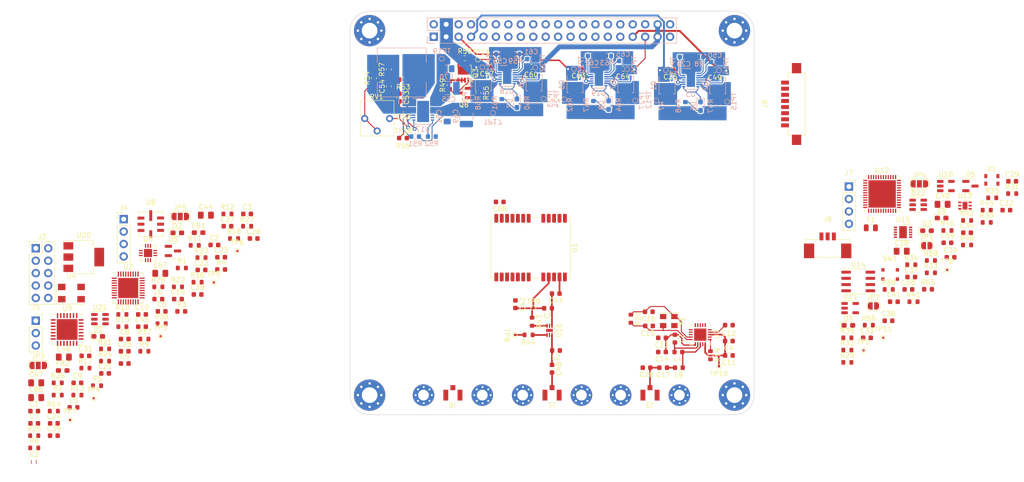
<source format=kicad_pcb>
(kicad_pcb (version 20211014) (generator pcbnew)

  (general
    (thickness 4.69)
  )

  (paper "A4")
  (layers
    (0 "F.Cu" signal)
    (1 "In1.Cu" signal)
    (2 "In2.Cu" signal)
    (31 "B.Cu" signal)
    (32 "B.Adhes" user "B.Adhesive")
    (33 "F.Adhes" user "F.Adhesive")
    (34 "B.Paste" user)
    (35 "F.Paste" user)
    (36 "B.SilkS" user "B.Silkscreen")
    (37 "F.SilkS" user "F.Silkscreen")
    (38 "B.Mask" user)
    (39 "F.Mask" user)
    (40 "Dwgs.User" user "User.Drawings")
    (41 "Cmts.User" user "User.Comments")
    (42 "Eco1.User" user "User.Eco1")
    (43 "Eco2.User" user "User.Eco2")
    (44 "Edge.Cuts" user)
    (45 "Margin" user)
    (46 "B.CrtYd" user "B.Courtyard")
    (47 "F.CrtYd" user "F.Courtyard")
    (48 "B.Fab" user)
    (49 "F.Fab" user)
    (50 "User.1" user)
    (51 "User.2" user)
    (52 "User.3" user)
    (53 "User.4" user)
    (54 "User.5" user)
    (55 "User.6" user)
    (56 "User.7" user)
    (57 "User.8" user)
    (58 "User.9" user)
  )

  (setup
    (stackup
      (layer "F.SilkS" (type "Top Silk Screen"))
      (layer "F.Paste" (type "Top Solder Paste"))
      (layer "F.Mask" (type "Top Solder Mask") (thickness 0.01))
      (layer "F.Cu" (type "copper") (thickness 0.035))
      (layer "dielectric 1" (type "core") (thickness 1.51) (material "FR4") (epsilon_r 4.5) (loss_tangent 0.02))
      (layer "In1.Cu" (type "copper") (thickness 0.035))
      (layer "dielectric 2" (type "prepreg") (thickness 1.51) (material "FR4") (epsilon_r 4.5) (loss_tangent 0.02))
      (layer "In2.Cu" (type "copper") (thickness 0.035))
      (layer "dielectric 3" (type "core") (thickness 1.51) (material "FR4") (epsilon_r 4.5) (loss_tangent 0.02))
      (layer "B.Cu" (type "copper") (thickness 0.035))
      (layer "B.Mask" (type "Bottom Solder Mask") (thickness 0.01))
      (layer "B.Paste" (type "Bottom Solder Paste"))
      (layer "B.SilkS" (type "Bottom Silk Screen"))
      (copper_finish "None")
      (dielectric_constraints no)
    )
    (pad_to_mask_clearance 0)
    (pcbplotparams
      (layerselection 0x00010fc_ffffffff)
      (disableapertmacros false)
      (usegerberextensions false)
      (usegerberattributes true)
      (usegerberadvancedattributes true)
      (creategerberjobfile true)
      (svguseinch false)
      (svgprecision 6)
      (excludeedgelayer true)
      (plotframeref false)
      (viasonmask false)
      (mode 1)
      (useauxorigin false)
      (hpglpennumber 1)
      (hpglpenspeed 20)
      (hpglpendiameter 15.000000)
      (dxfpolygonmode true)
      (dxfimperialunits true)
      (dxfusepcbnewfont true)
      (psnegative false)
      (psa4output false)
      (plotreference true)
      (plotvalue true)
      (plotinvisibletext false)
      (sketchpadsonfab false)
      (subtractmaskfromsilk false)
      (outputformat 1)
      (mirror false)
      (drillshape 1)
      (scaleselection 1)
      (outputdirectory "")
    )
  )

  (net 0 "")
  (net 1 "Net-(C1-Pad1)")
  (net 2 "GND")
  (net 3 "+3V3")
  (net 4 "/OpenLST (Beacon)/PA_VAPC")
  (net 5 "+3V8")
  (net 6 "/OpenLST (Beacon)/VDD_USB_LST")
  (net 7 "Net-(C12-Pad1)")
  (net 8 "Net-(C13-Pad2)")
  (net 9 "Net-(C15-Pad1)")
  (net 10 "Net-(C16-Pad1)")
  (net 11 "Net-(C17-Pad1)")
  (net 12 "Net-(C17-Pad2)")
  (net 13 "/MCU/MCU_POWER")
  (net 14 "Net-(C19-Pad1)")
  (net 15 "/3V3 power share/VCC_EN")
  (net 16 "Net-(C21-Pad2)")
  (net 17 "Net-(C22-Pad1)")
  (net 18 "Net-(C23-Pad2)")
  (net 19 "Net-(C24-Pad1)")
  (net 20 "Net-(C24-Pad2)")
  (net 21 "Net-(C25-Pad2)")
  (net 22 "Net-(C26-Pad1)")
  (net 23 "Net-(C29-Pad1)")
  (net 24 "/3V3 power share/EPS#1")
  (net 25 "Net-(C35-Pad2)")
  (net 26 "Net-(C38-Pad1)")
  (net 27 "Net-(C38-Pad2)")
  (net 28 "Net-(C39-Pad1)")
  (net 29 "Net-(C39-Pad2)")
  (net 30 "/MCU/VREF")
  (net 31 "Net-(C42-Pad1)")
  (net 32 "Net-(C43-Pad1)")
  (net 33 "Net-(C43-Pad2)")
  (net 34 "Net-(C45-Pad1)")
  (net 35 "Net-(C45-Pad2)")
  (net 36 "Net-(C48-Pad1)")
  (net 37 "Net-(C48-Pad2)")
  (net 38 "Net-(C49-Pad1)")
  (net 39 "/3V3 power share/EPS#2")
  (net 40 "Net-(C50-Pad1)")
  (net 41 "VIN")
  (net 42 "Net-(C52-Pad1)")
  (net 43 "Net-(C52-Pad2)")
  (net 44 "Net-(C53-Pad1)")
  (net 45 "Net-(C54-Pad1)")
  (net 46 "/Power Convertor/VBAT1/VCC_EN")
  (net 47 "/Power Convertor/EPS#1_VBAT")
  (net 48 "Net-(C57-Pad2)")
  (net 49 "Net-(C60-Pad1)")
  (net 50 "/Power Convertor/EPS#2_VBAT")
  (net 51 "Net-(C61-Pad1)")
  (net 52 "/5V power share/VCC_EN")
  (net 53 "/5V power share/EPS#1")
  (net 54 "Net-(C63-Pad2)")
  (net 55 "Net-(C64-Pad1)")
  (net 56 "/5V power share/EPS#2")
  (net 57 "Net-(C65-Pad1)")
  (net 58 "/OpenLST (Beacon)/USB_POWER_LST")
  (net 59 "Net-(D1-Pad2)")
  (net 60 "Net-(D2-Pad2)")
  (net 61 "Net-(D3-Pad1)")
  (net 62 "Net-(D4-Pad1)")
  (net 63 "/MCU/CAN_L")
  (net 64 "/MCU/CAN_H")
  (net 65 "Net-(D6-Pad1)")
  (net 66 "Net-(D6-Pad2)")
  (net 67 "Net-(D7-Pad1)")
  (net 68 "Net-(D7-Pad2)")
  (net 69 "Net-(D8-Pad1)")
  (net 70 "Net-(D8-Pad2)")
  (net 71 "Net-(D9-Pad1)")
  (net 72 "Net-(F1-Pad2)")
  (net 73 "Net-(FB1-Pad1)")
  (net 74 "/OpenLST (Beacon)/PROG_DD")
  (net 75 "/OpenLST (Beacon)/PROG_DC")
  (net 76 "unconnected-(J2-Pad5)")
  (net 77 "unconnected-(J2-Pad6)")
  (net 78 "unconnected-(J2-Pad7)")
  (net 79 "/OpenLST (Beacon)/~{LST_RESET}")
  (net 80 "unconnected-(J2-Pad9)")
  (net 81 "unconnected-(J2-Pad10)")
  (net 82 "Net-(J4-Pad2)")
  (net 83 "Net-(J4-Pad3)")
  (net 84 "Net-(J5-Pad2)")
  (net 85 "Net-(J5-Pad3)")
  (net 86 "/MCU/USB_POWER")
  (net 87 "Net-(J7-Pad2)")
  (net 88 "Net-(J7-Pad3)")
  (net 89 "/MCU/SWCLK")
  (net 90 "/MCU/SWDIO")
  (net 91 "/MCU/QSPI_D1{slash}CAM_CSN")
  (net 92 "/MCU/QSPI_D2{slash}CAM_MOSI")
  (net 93 "/MCU/QSPI_D3{slash}CAM_MISO")
  (net 94 "/MCU/LED1_QSPI")
  (net 95 "+5V")
  (net 96 "/I2C_SDA")
  (net 97 "/I2C_SCL")
  (net 98 "unconnected-(J12-Pad6)")
  (net 99 "unconnected-(J12-Pad8)")
  (net 100 "unconnected-(J12-Pad11)")
  (net 101 "unconnected-(J12-Pad12)")
  (net 102 "unconnected-(J12-Pad13)")
  (net 103 "unconnected-(J12-Pad14)")
  (net 104 "unconnected-(J12-Pad15)")
  (net 105 "unconnected-(J12-Pad16)")
  (net 106 "unconnected-(J12-Pad17)")
  (net 107 "unconnected-(J12-Pad18)")
  (net 108 "/MCU/RS_485_~{B}")
  (net 109 "/MCU/RS_485_A")
  (net 110 "unconnected-(J12-Pad23)")
  (net 111 "unconnected-(J12-Pad24)")
  (net 112 "/MCU/LED1_CAM")
  (net 113 "/MCU/QSPI_SCK")
  (net 114 "/MCU/QSPI_NCS")
  (net 115 "unconnected-(J12-Pad34)")
  (net 116 "unconnected-(J12-Pad36)")
  (net 117 "Net-(JP1-Pad1)")
  (net 118 "/MCU/NRST")
  (net 119 "Net-(JP2-Pad1)")
  (net 120 "Net-(JP2-Pad2)")
  (net 121 "/OpenLST (Beacon)/RF_EN")
  (net 122 "/OpenLST (Beacon)/RF_EN_MCU")
  (net 123 "/OpenLST (Beacon)/RF_PWR_EN")
  (net 124 "Net-(JP4-Pad3)")
  (net 125 "/MCU/VDD_USB")
  (net 126 "Net-(L3-Pad1)")
  (net 127 "Net-(L3-Pad2)")
  (net 128 "Net-(L4-Pad1)")
  (net 129 "Net-(L4-Pad2)")
  (net 130 "Net-(Q1-Pad5)")
  (net 131 "Net-(Q1-Pad4)")
  (net 132 "Net-(Q2-Pad4)")
  (net 133 "Net-(Q2-Pad5)")
  (net 134 "Net-(Q3-Pad4)")
  (net 135 "Net-(Q3-Pad5)")
  (net 136 "Net-(Q4-Pad5)")
  (net 137 "Net-(Q4-Pad4)")
  (net 138 "Net-(Q5-Pad4)")
  (net 139 "Net-(Q5-Pad5)")
  (net 140 "Net-(Q6-Pad5)")
  (net 141 "Net-(Q6-Pad4)")
  (net 142 "Net-(Q7-Pad4)")
  (net 143 "Net-(Q7-Pad5)")
  (net 144 "/OpenLST (Beacon)/~{LST_RX_MODE}")
  (net 145 "/OpenLST (Beacon)/LST_TX_MODE")
  (net 146 "Net-(R3-Pad2)")
  (net 147 "Net-(R4-Pad2)")
  (net 148 "Net-(R5-Pad1)")
  (net 149 "/OpenLST (Beacon)/USB_N")
  (net 150 "/OpenLST (Beacon)/USB_P")
  (net 151 "Net-(R6-Pad2)")
  (net 152 "Net-(R8-Pad2)")
  (net 153 "Net-(R9-Pad1)")
  (net 154 "/OpenLST (Beacon)/UART0_CTS")
  (net 155 "Net-(R10-Pad1)")
  (net 156 "/OpenLST (Beacon)/UART0_RTS")
  (net 157 "Net-(R11-Pad1)")
  (net 158 "/OpenLST (Beacon)/UART0_RX")
  (net 159 "Net-(R12-Pad1)")
  (net 160 "/OpenLST (Beacon)/UART0_TX")
  (net 161 "Net-(R15-Pad2)")
  (net 162 "Net-(R16-Pad2)")
  (net 163 "Net-(R17-Pad1)")
  (net 164 "Net-(R17-Pad2)")
  (net 165 "Net-(R19-Pad2)")
  (net 166 "/OpenLST (Beacon)/AN0")
  (net 167 "/OpenLST (Beacon)/AN1")
  (net 168 "Net-(R25-Pad2)")
  (net 169 "/OpenLST (Beacon)/RF_BYP")
  (net 170 "Net-(R32-Pad1)")
  (net 171 "/MCU/LED2")
  (net 172 "/MCU/CAN_RS")
  (net 173 "/MCU/RS_485_R_EN")
  (net 174 "/MCU/RS_485_T_EN")
  (net 175 "Net-(R43-Pad2)")
  (net 176 "Net-(R44-Pad1)")
  (net 177 "Net-(R44-Pad2)")
  (net 178 "Net-(R45-Pad1)")
  (net 179 "/MCU/USB_N")
  (net 180 "/MCU/USB_P")
  (net 181 "Net-(R46-Pad2)")
  (net 182 "Net-(R51-Pad2)")
  (net 183 "Net-(R52-Pad1)")
  (net 184 "Net-(R54-Pad2)")
  (net 185 "Net-(R59-Pad2)")
  (net 186 "Net-(R63-Pad2)")
  (net 187 "unconnected-(U1-Pad1)")
  (net 188 "unconnected-(U1-Pad3)")
  (net 189 "/GPS Module/IRQ")
  (net 190 "unconnected-(U1-Pad5)")
  (net 191 "unconnected-(U1-Pad6)")
  (net 192 "/GPS Module/RESET")
  (net 193 "unconnected-(U1-Pad15)")
  (net 194 "unconnected-(U1-Pad16)")
  (net 195 "unconnected-(U1-Pad17)")
  (net 196 "/GPS Module/TXD")
  (net 197 "/GPS Module/RXD")
  (net 198 "unconnected-(U2-Pad8)")
  (net 199 "unconnected-(U2-Pad18)")
  (net 200 "unconnected-(U2-Pad20)")
  (net 201 "/MCU/NRF_CE")
  (net 202 "/MCU/NRF_SPI_CSN")
  (net 203 "/MCU/NRF_SPI_SCK")
  (net 204 "/MCU/NRF_SPI_MOSI")
  (net 205 "/MCU/NRF_SPI_MISO")
  (net 206 "/MCU/NRF_IRQ")
  (net 207 "Net-(U8-Pad2)")
  (net 208 "Net-(U8-Pad6)")
  (net 209 "unconnected-(U9-Pad14)")
  (net 210 "unconnected-(U9-Pad16)")
  (net 211 "unconnected-(U9-Pad25)")
  (net 212 "unconnected-(U10-Pad3)")
  (net 213 "/MCU/WDG_RESET")
  (net 214 "unconnected-(U11-Pad3)")
  (net 215 "unconnected-(U12-Pad1)")
  (net 216 "/MCU/LSE")
  (net 217 "unconnected-(U12-Pad4)")
  (net 218 "/MCU/HSE")
  (net 219 "unconnected-(U12-Pad6)")
  (net 220 "/MCU/CAN_RX")
  (net 221 "/MCU/CAN_TX")
  (net 222 "unconnected-(U12-Pad44)")
  (net 223 "unconnected-(U13-Pad3)")
  (net 224 "/MCU/RS_485_R")
  (net 225 "/MCU/RS_485_T")
  (net 226 "unconnected-(U15-Pad7)")
  (net 227 "unconnected-(X1-Pad1)")

  (footprint "Capacitor_SMD:C_0805_2012Metric_Pad1.18x1.45mm_HandSolder" (layer "F.Cu") (at 205.9874 83.4976))

  (footprint "TCY_Buttons:KMT031NGJLHS" (layer "F.Cu") (at 195.2924 97.8426))

  (footprint "Resistor_SMD:R_0603_1608Metric" (layer "F.Cu") (at 46.5324 107.8948))

  (footprint "Resistor_SMD:R_0603_1608Metric" (layer "F.Cu") (at 210.9974 86.7976))

  (footprint "Package_DFN_QFN:QFN-20-1EP_4x4mm_P0.5mm_EP2.5x2.5mm" (layer "F.Cu") (at 156.5148 110.1344 -90))

  (footprint "MountingHole:MountingHole_3.2mm_M3_Pad_Via" (layer "F.Cu") (at 163.5 122.5))

  (footprint "Resistor_SMD:R_0603_1608Metric" (layer "F.Cu") (at 34.9824 113.0448))

  (footprint "Capacitor_SMD:C_0603_1608Metric" (layer "F.Cu") (at 24.5224 130.7848))

  (footprint "LED_SMD:LED_0603_1608Metric_Pad1.05x0.95mm_HandSolder" (layer "F.Cu") (at 49.7274 89.3348))

  (footprint "Capacitor_SMD:C_0805_2012Metric_Pad1.18x1.45mm_HandSolder" (layer "F.Cu") (at 46.2524 97.6048))

  (footprint "Resistor_SMD:R_0603_1608Metric" (layer "F.Cu") (at 63.9824 87.9748))

  (footprint "Resistor_SMD:R_0603_1608Metric" (layer "F.Cu") (at 206.9874 88.8476))

  (footprint "Inductor_SMD:L_0603_1608Metric" (layer "F.Cu") (at 28.5324 125.0048))

  (footprint "Package_TO_SOT_SMD:SOT-23" (layer "F.Cu") (at 48.8424 93.0348))

  (footprint "Resistor_SMD:R_0603_1608Metric" (layer "F.Cu") (at 121.4628 110.1852))

  (footprint "MountingHole:MountingHole_3.2mm_M3_Pad_Via" (layer "F.Cu") (at 89 48))

  (footprint "Resistor_SMD:R_0603_1608Metric" (layer "F.Cu") (at 61.3124 90.4848))

  (footprint "Package_TO_SOT_SMD:SOT-23-6" (layer "F.Cu") (at 201.0074 83.5976))

  (footprint "Capacitor_SMD:C_0603_1608Metric" (layer "F.Cu") (at 34.9824 118.0648))

  (footprint "Capacitor_SMD:C_0603_1608Metric" (layer "F.Cu") (at 115.57 83.0072 180))

  (footprint "Package_TO_SOT_SMD:SOT-223-3_TabPin2" (layer "F.Cu") (at 30.6324 94.2848))

  (footprint "Capacitor_SMD:C_0603_1608Metric" (layer "F.Cu") (at 210.9974 89.3076))

  (footprint "Capacitor_SMD:C_0603_1608Metric" (layer "F.Cu") (at 42.5224 106.0048))

  (footprint "Inductor_SMD:L_0603_1608Metric" (layer "F.Cu") (at 127.0508 113.3856))

  (footprint "TCY_Connector:TestPoint_Pad_D0.5mm" (layer "F.Cu") (at 57.192969 99.475369))

  (footprint "RF_GPS:ublox_NEO" (layer "F.Cu") (at 121.8692 92.3544 90))

  (footprint "Capacitor_SMD:C_0603_1608Metric" (layer "F.Cu") (at 20.5124 128.2748))

  (footprint "Resistor_SMD:R_0603_1608Metric" (layer "F.Cu") (at 24.5224 125.7648))

  (footprint "Inductor_SMD:L_0603_1608Metric" (layer "F.Cu") (at 105.3344 59.1454 90))

  (footprint "Resistor_SMD:R_0603_1608Metric" (layer "F.Cu") (at 158.5976 114.3508 90))

  (footprint "Jumper:SolderJumper-2_P1.3mm_Open_RoundedPad1.0x1.5mm" (layer "F.Cu") (at 191.8674 104.2676))

  (footprint "Capacitor_SMD:C_0603_1608Metric" (layer "F.Cu") (at 118.7704 103.9238 90))

  (footprint "Jumper:SolderJumper-2_P1.3mm_Open_RoundedPad1.0x1.5mm" (layer "F.Cu") (at 202.7674 91.9576))

  (footprint "Inductor_SMD:L_0603_1608Metric" (layer "F.Cu") (at 95.8596 58.0136))

  (footprint "Capacitor_SMD:C_0603_1608Metric" (layer "F.Cu") (at 207.6174 94.3276))

  (footprint "TCY_Connector:TestPoint_Pad_D0.5mm" (layer "F.Cu") (at 62.002969 93.055369))

  (footprint "Capacitor_SMD:C_0603_1608Metric" (layer "F.Cu") (at 127 101.7524 180))

  (footprint "Jumper:SolderJumper-3_P1.3mm_Open_RoundedPad1.0x1.5mm" (layer "F.Cu") (at 201.2574 79.3176))

  (footprint "Capacitor_SMD:C_0603_1608Metric" (layer "F.Cu") (at 148.7046 113.6904))

  (footprint "MountingHole:MountingHole_3.2mm_M3_Pad_Via" (layer "F.Cu") (at 163.5 48))

  (footprint "Resistor_SMD:R_0603_1608Metric" (layer "F.Cu") (at 53.8724 99.4148))

  (footprint "Resistor_SMD:R_0603_1608Metric" (layer "F.Cu") (at 43.0024 113.5348))

  (footprint "Package_DFN_QFN:QFN-12-1EP_3x3mm_P0.5mm_EP1.65x1.65mm" (layer "F.Cu") (at 43.7524 93.4548))

  (footprint "Resistor_SMD:R_0603_1608Metric" (layer "F.Cu") (at 215.0074 87.1976))

  (footprint "Resistor_SMD:R_0603_1608Metric" (layer "F.Cu") (at 199.5974 95.8476))

  (footprint "Capacitor_SMD:C_0603_1608Metric" (layer "F.Cu") (at 122.0216 55.4228))

  (footprint "Capacitor_SMD:C_0603_1608Metric" (layer "F.Cu") (at 54.6724 96.9048))

  (footprint "Jumper:SolderJumper-3_P1.3mm_Open_RoundedPad1.0x1.5mm" (layer "F.Cu") (at 50.3324 85.9848))

  (footprint "TCY_Connector:TestPoint_Pad_D0.5mm" (layer "F.Cu") (at 122.428 104.6988))

  (footprint "Resistor_SMD:R_0603_1608Metric" (layer "F.Cu") (at 34.9824 115.5548))

  (footprint "Resistor_SMD:R_0603_1608Metric" (layer "F.Cu") (at 59.9724 85.4648))

  (footprint "Connector_PinHeader_2.54mm:PinHeader_1x04_P2.54mm_Vertical" (layer "F.Cu") (at 38.7824 86.5348))

  (footprint "Capacitor_SMD:C_0805_2012Metric_Pad1.18x1.45mm_HandSolder" (layer "F.Cu") (at 20.9124 119.9948))

  (footprint "Capacitor_SMD:C_0603_1608Metric" (layer "F.Cu") (at 199.5974 98.3576))

  (footprint "Resistor_SMD:R_0603_1608Metric" (layer "F.Cu") (at 215.0074 84.6876))

  (footprint "Resistor_SMD:R_0603_1608Metric" (layer "F.Cu")
    (tedit 5F68FEEE) (tstamp 50a094e9-d2c1-477f-a23e-76fdc0f40352)
    (at 20.5124 130.7848)
    (descr "Resistor SMD 0603 (1608 Metric), square (rectangular) end terminal, IPC_7351 nominal, (Body size source: IPC-SM-782 page 72, https://www.pcb-3d.com/wordpress/wp-content/uploads/ipc-sm-782a_amendment_1_and_2.pdf), generated with kicad-footprint-generator")
    (tags "resistor")
    (property "Sheetfile" "OpenLST.kicad_sch")
    (property "Sheetname" "OpenLST (Beacon)")
    (path "/829b2795-9702-4633-a078-e2998d6d9402/00000000-0000-0000-0000-00005b332172")
    (attr smd)
    (fp_text reference "R25" (at 0 -1.43) (layer "F.SilkS")
      (effects (font (size 1 1) (thickness 0.15)))
      (tstamp 3139921f-db5a-4426-a878-942f589611b5)
    )
    (fp_text value "DNI" (at 0 1.43) (layer "F.Fab")
      (effects (font (size 1 1) (thickness 0.15)))
      (tstamp 9000443d-241b-4fa4-8f82-e9e0715c5085)
    )
    (fp_text user "${REFERENCE}" (at 0 0) (layer "F.Fab")
      (effects (font (size 0.4 0.4) 
... [789548 chars truncated]
</source>
